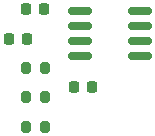
<source format=gbr>
%TF.GenerationSoftware,KiCad,Pcbnew,9.0.6*%
%TF.CreationDate,2025-11-07T23:12:57+00:00*%
%TF.ProjectId,DrawSchematic,44726177-5363-4686-956d-617469632e6b,rev?*%
%TF.SameCoordinates,Original*%
%TF.FileFunction,Paste,Top*%
%TF.FilePolarity,Positive*%
%FSLAX46Y46*%
G04 Gerber Fmt 4.6, Leading zero omitted, Abs format (unit mm)*
G04 Created by KiCad (PCBNEW 9.0.6) date 2025-11-07 23:12:57*
%MOMM*%
%LPD*%
G01*
G04 APERTURE LIST*
G04 Aperture macros list*
%AMRoundRect*
0 Rectangle with rounded corners*
0 $1 Rounding radius*
0 $2 $3 $4 $5 $6 $7 $8 $9 X,Y pos of 4 corners*
0 Add a 4 corners polygon primitive as box body*
4,1,4,$2,$3,$4,$5,$6,$7,$8,$9,$2,$3,0*
0 Add four circle primitives for the rounded corners*
1,1,$1+$1,$2,$3*
1,1,$1+$1,$4,$5*
1,1,$1+$1,$6,$7*
1,1,$1+$1,$8,$9*
0 Add four rect primitives between the rounded corners*
20,1,$1+$1,$2,$3,$4,$5,0*
20,1,$1+$1,$4,$5,$6,$7,0*
20,1,$1+$1,$6,$7,$8,$9,0*
20,1,$1+$1,$8,$9,$2,$3,0*%
G04 Aperture macros list end*
%ADD10RoundRect,0.225000X0.225000X0.250000X-0.225000X0.250000X-0.225000X-0.250000X0.225000X-0.250000X0*%
%ADD11RoundRect,0.225000X-0.225000X-0.250000X0.225000X-0.250000X0.225000X0.250000X-0.225000X0.250000X0*%
%ADD12RoundRect,0.218750X0.218750X0.256250X-0.218750X0.256250X-0.218750X-0.256250X0.218750X-0.256250X0*%
%ADD13RoundRect,0.162500X-0.825000X-0.162500X0.825000X-0.162500X0.825000X0.162500X-0.825000X0.162500X0*%
%ADD14RoundRect,0.200000X-0.200000X-0.275000X0.200000X-0.275000X0.200000X0.275000X-0.200000X0.275000X0*%
G04 APERTURE END LIST*
D10*
%TO.C,C2*%
X141775000Y-92500000D03*
X140225000Y-92500000D03*
%TD*%
D11*
%TO.C,C1*%
X141675000Y-89960000D03*
X143225000Y-89960000D03*
%TD*%
D12*
%TO.C,D1*%
X147287500Y-96640000D03*
X145712500Y-96640000D03*
%TD*%
D13*
%TO.C,U1*%
X146222500Y-90190000D03*
X146222500Y-91460000D03*
X146222500Y-92730000D03*
X146222500Y-94000000D03*
X151297500Y-94000000D03*
X151297500Y-92730000D03*
X151297500Y-91460000D03*
X151297500Y-90190000D03*
%TD*%
D14*
%TO.C,R1*%
X141625000Y-94980000D03*
X143275000Y-94980000D03*
%TD*%
%TO.C,R2*%
X141625000Y-97490000D03*
X143275000Y-97490000D03*
%TD*%
%TO.C,R3*%
X141625000Y-100000000D03*
X143275000Y-100000000D03*
%TD*%
M02*

</source>
